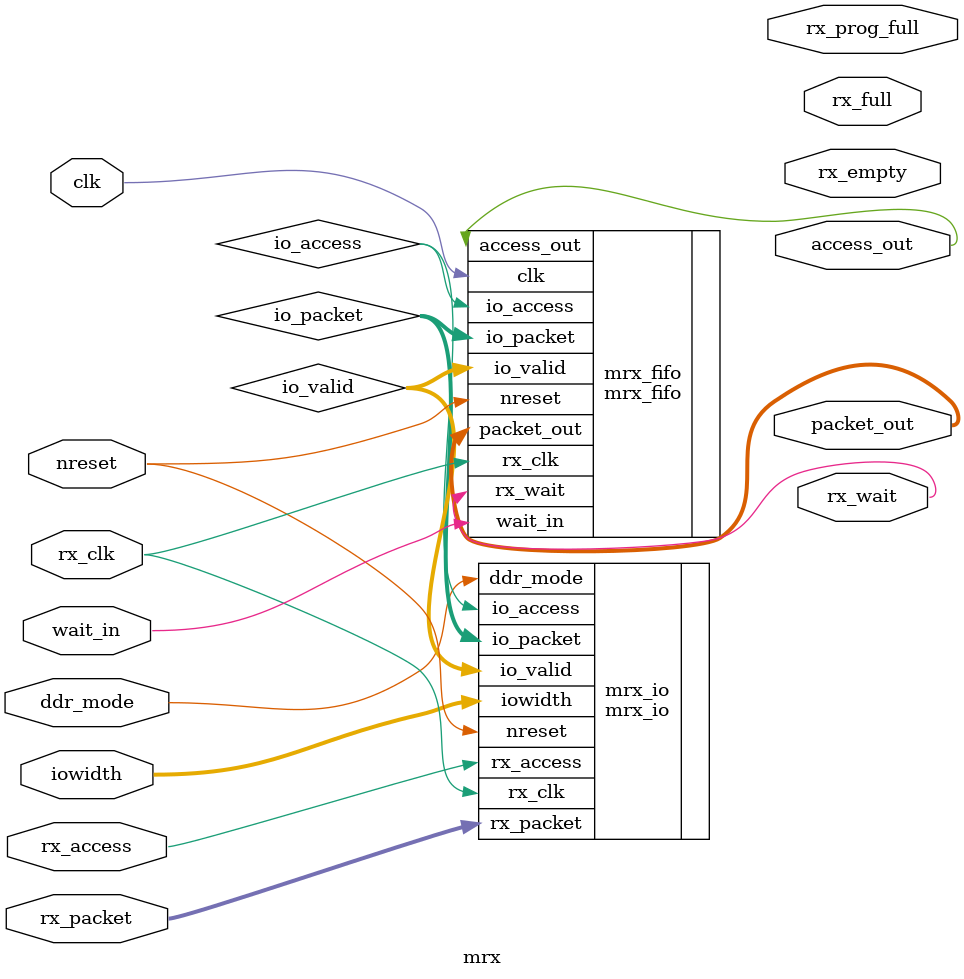
<source format=v>
module mrx # ( parameter PW         = 104,               // fifo width
	       parameter AW         = 32,               // fifo width
	       parameter IOW        = 8,                 // I./O data width
	       parameter FIFO_DEPTH = 16,                // fifo depth  
	       parameter TARGET     = "GENERIC"         // fifo target
	       )
   (//reset, clk, cfg
    input 	    clk, // main core clock   
    input 	    nreset, // async active low reset
    input 	    ddr_mode,
    input [1:0]     iowidth,
    //status
    output 	    rx_empty, // rx fifo is empty
    output 	    rx_full, // rx fifo is full (should never happen!) 
    output 	    rx_prog_full,// rx is getting full (stop sending!)
    //IO interface
    input 	    rx_clk, // clock from IO
    input 	    rx_access, // access signal for IO
    input [IOW-1:0] rx_packet, // packet from IO
    output 	    rx_wait, // pushback for IO
    // data 
    output 	    access_out, // fifo data valid
    output [PW-1:0] packet_out, // fifo packet
    input 	    wait_in     // wait pushback for fifo
    );
   
   /*AUTOOUTPUT*/
   /*AUTOINPUT*/
   /*AUTOWIRE*/
   // Beginning of automatic wires (for undeclared instantiated-module outputs)
   wire			io_access;		// From mrx_io of mrx_io.v
   wire [63:0]		io_packet;		// From mrx_io of mrx_io.v
   wire [7:0]		io_valid;		// From mrx_io of mrx_io.v
   // End of automatics

   //########################################
   //# Synchronization FIFO
   //########################################

   mrx_fifo #(.PW(PW),
	      .AW(AW),
	      .FIFO_DEPTH(FIFO_DEPTH),
	      .TARGET(TARGET))  
   mrx_fifo (/*AUTOINST*/
	     // Outputs
	     .rx_wait			(rx_wait),
	     .access_out		(access_out),
	     .packet_out		(packet_out[PW-1:0]),
	     // Inputs
	     .clk			(clk),
	     .nreset			(nreset),
	     .io_access			(io_access),
	     .io_valid			(io_valid[7:0]),
	     .io_packet			(io_packet[63:0]),
	     .rx_clk			(rx_clk),
	     .wait_in			(wait_in));
   
   
   //########################################
   //# FAST IO (DDR)
   //########################################
   
   mrx_io #(.IOW(IOW))
   mrx_io (
	   /*AUTOINST*/
	   // Outputs
	   .io_access			(io_access),
	   .io_valid			(io_valid[7:0]),
	   .io_packet			(io_packet[63:0]),
	   // Inputs
	   .nreset			(nreset),
	   .ddr_mode			(ddr_mode),
	   .iowidth			(iowidth[1:0]),
	   .rx_clk			(rx_clk),
	   .rx_packet			(rx_packet[IOW-1:0]),
	   .rx_access			(rx_access));
  
endmodule // ctx


// Local Variables:
// verilog-library-directories:("." "../../common/hdl" "../../../oh/emesh/hdl")
// End:

</source>
